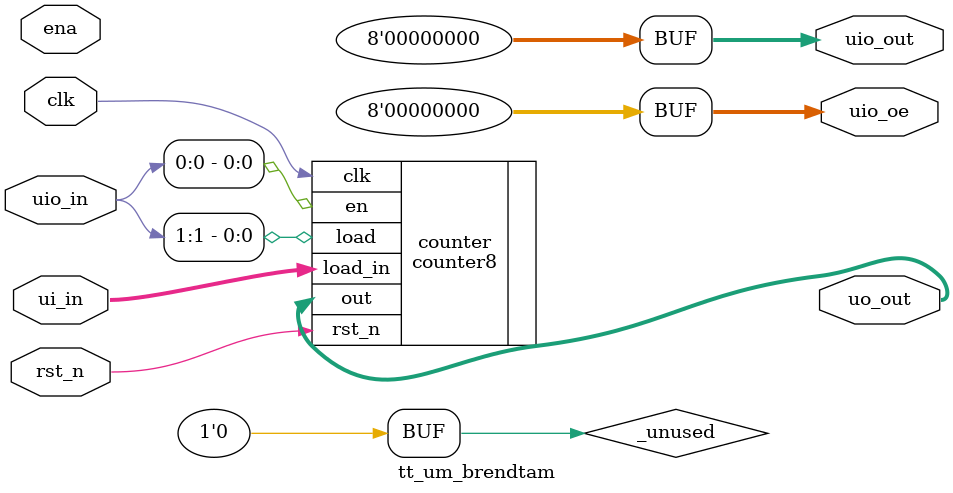
<source format=v>
`default_nettype none

module tt_um_brendtam (
    input  wire [7:0] ui_in,    // Dedicated inputs
    output wire [7:0] uo_out,   // Dedicated outputs
    input  wire [7:0] uio_in,   // IOs: Input path
    output wire [7:0] uio_out,  // IOs: Output path
    output wire [7:0] uio_oe,   // IOs: Enable path (active high: 0=input, 1=output)
    input  wire       ena,      // always 1 when the design is powered, so you can ignore it
    input  wire       clk,      // clock
    input  wire       rst_n     // reset_n - low to reset
);

  // All output pins must be assigned. If not used, assign to 0.
  assign uio_out = 0;
  assign uio_oe  = 0;

  counter8 counter(
	.clk(clk),
	.en(uio_in[0]),
	.rst_n(rst_n),
	.load(uio_in[1]),
	.load_in(ui_in),
	.out(uo_out)
  );

  // List all unused inputs to prevent warnings
  wire _unused = &{ena, clk, rst_n, 1'b0};

endmodule
</source>
